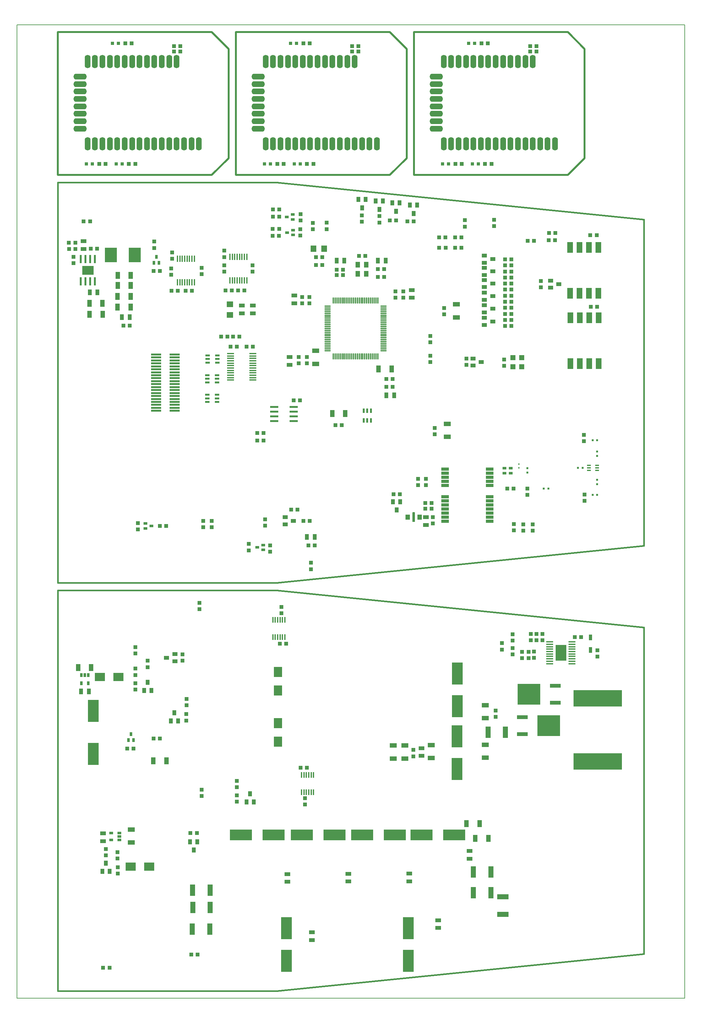
<source format=gtp>
G04 Layer_Color=8421504*
%FSLAX44Y44*%
%MOMM*%
G71*
G01*
G75*
%ADD10R,0.6000X0.6000*%
%ADD11R,0.6000X0.6000*%
%ADD12R,3.2000X4.0000*%
%ADD13R,1.2000X1.6000*%
%ADD14R,1.4000X1.4000*%
%ADD15R,1.5000X3.0000*%
%ADD16R,1.1000X0.8000*%
%ADD17R,1.6002X1.8034*%
%ADD18R,1.8034X1.6002*%
%ADD19R,2.7000X0.5000*%
G04:AMPARAMS|DCode=20|XSize=1.1176mm|YSize=1.4224mm|CornerRadius=0.0838mm|HoleSize=0mm|Usage=FLASHONLY|Rotation=0.000|XOffset=0mm|YOffset=0mm|HoleType=Round|Shape=RoundedRectangle|*
%AMROUNDEDRECTD20*
21,1,1.1176,1.2548,0,0,0.0*
21,1,0.9500,1.4224,0,0,0.0*
1,1,0.1676,0.4750,-0.6274*
1,1,0.1676,-0.4750,-0.6274*
1,1,0.1676,-0.4750,0.6274*
1,1,0.1676,0.4750,0.6274*
%
%ADD20ROUNDEDRECTD20*%
%ADD21R,0.6350X2.6162*%
%ADD22R,0.8000X1.0000*%
%ADD23R,1.0000X0.8000*%
%ADD24R,1.9000X0.3000*%
%ADD25R,0.3000X1.8000*%
%ADD26R,1.2192X0.5588*%
%ADD27R,0.5588X1.2192*%
%ADD28R,1.9000X1.3000*%
%ADD29R,1.3000X1.9000*%
%ADD30R,1.0000X1.5000*%
%ADD31R,1.5000X1.0000*%
%ADD32R,1.0000X1.0000*%
%ADD33R,1.0000X1.0000*%
%ADD34R,0.4064X0.4000*%
%ADD35R,3.1000X2.4000*%
%ADD36R,0.6096X2.2098*%
%ADD37R,2.2098X0.6096*%
%ADD38R,1.4224X1.0160*%
%ADD39R,1.0160X1.4224*%
%ADD40R,1.0000X0.4000*%
%ADD41R,2.0000X0.8128*%
%ADD42R,1.1176X1.0160*%
%ADD43R,1.0160X1.1176*%
%ADD44O,1.8000X0.3000*%
%ADD45O,0.3000X1.8000*%
%ADD47C,0.5000*%
%ADD53C,0.2000*%
%ADD55C,0.4000*%
%ADD56R,1.4224X3.0734*%
%ADD57R,3.0734X1.4224*%
%ADD58R,6.2000X5.7000*%
%ADD59R,2.9000X1.1000*%
%ADD60R,0.6604X1.1176*%
%ADD61R,0.4400X1.5500*%
%ADD62R,3.0000X4.2000*%
%ADD63R,1.9000X0.4200*%
%ADD64R,1.1176X0.6604*%
%ADD65R,3.0000X6.0000*%
%ADD66R,13.0000X4.5000*%
%ADD67R,2.8000X2.2000*%
%ADD68R,2.2000X2.8000*%
%ADD69R,0.8128X1.6002*%
%ADD70R,6.0000X3.0000*%
%ADD71O,1.6000X3.6000*%
%ADD72O,3.6000X1.6000*%
%ADD73R,0.8128X0.8128*%
%ADD74R,1.0160X1.1176*%
%ADD128R,1.1000X1.4112*%
%ADD129R,1.0922X1.4112*%
%ADD130R,0.6048X1.0000*%
%ADD131R,0.6048X1.0160*%
D10*
X1693613Y1682065D02*
D03*
Y1694315D02*
D03*
X1693599Y1618120D02*
D03*
Y1605870D02*
D03*
X1505500Y1649500D02*
D03*
Y1637250D02*
D03*
D11*
X1642000Y1650250D02*
D03*
X1654250D02*
D03*
X1562000Y1594250D02*
D03*
X1549750D02*
D03*
X1693500Y1724500D02*
D03*
X1681250D02*
D03*
X1693500Y1577000D02*
D03*
X1681250D02*
D03*
D12*
X447500Y2224500D02*
D03*
X382500D02*
D03*
D13*
X1071250Y2197750D02*
D03*
X1048250D02*
D03*
Y2173750D02*
D03*
X1071250D02*
D03*
D14*
X1466500Y1923250D02*
D03*
X1490500D02*
D03*
Y1947250D02*
D03*
X1466500D02*
D03*
D15*
X1697900Y1931000D02*
D03*
X1672500D02*
D03*
X1647100D02*
D03*
X1621700D02*
D03*
Y2055000D02*
D03*
X1647100D02*
D03*
X1672500D02*
D03*
X1697900D02*
D03*
X1697100Y2121000D02*
D03*
X1671700D02*
D03*
X1646300D02*
D03*
X1620900D02*
D03*
Y2245000D02*
D03*
X1646300D02*
D03*
X1671700D02*
D03*
X1697100D02*
D03*
D16*
X1461000Y1649500D02*
D03*
X1444000D02*
D03*
Y1635500D02*
D03*
X1461000D02*
D03*
D17*
X929030Y2241250D02*
D03*
X957474D02*
D03*
D18*
X703500Y2091220D02*
D03*
Y2062776D02*
D03*
D19*
X505000Y1804000D02*
D03*
X555000D02*
D03*
X505000Y1812000D02*
D03*
X555000D02*
D03*
X505000Y1820000D02*
D03*
X555000D02*
D03*
X505000Y1828000D02*
D03*
X555000D02*
D03*
X505000Y1836000D02*
D03*
X555000D02*
D03*
X505000Y1844000D02*
D03*
X555000D02*
D03*
X505000Y1852000D02*
D03*
X555000D02*
D03*
X505000Y1860000D02*
D03*
X555000D02*
D03*
X505000Y1868000D02*
D03*
X555000D02*
D03*
X505000Y1876000D02*
D03*
X555000D02*
D03*
X505000Y1884000D02*
D03*
X555000D02*
D03*
X505000Y1892000D02*
D03*
X555000D02*
D03*
X505000Y1900000D02*
D03*
X555000D02*
D03*
X505000Y1908000D02*
D03*
X555000D02*
D03*
X505000Y1916000D02*
D03*
X555000D02*
D03*
X505000Y1924000D02*
D03*
X555000D02*
D03*
X505000Y1932000D02*
D03*
X555000D02*
D03*
X505000Y1940000D02*
D03*
X555000D02*
D03*
X505000Y1948000D02*
D03*
X555000D02*
D03*
Y1956000D02*
D03*
X505000D02*
D03*
D20*
X1183000Y1517423D02*
D03*
X1215002D02*
D03*
D21*
X1199000D02*
D03*
D22*
X505500Y2219000D02*
D03*
X512000Y2203000D02*
D03*
X499000D02*
D03*
X437000Y932500D02*
D03*
X443500Y916500D02*
D03*
X430500D02*
D03*
D23*
X857000Y2326750D02*
D03*
X873000Y2333250D02*
D03*
Y2320250D02*
D03*
X857750Y2284750D02*
D03*
X873750Y2291250D02*
D03*
Y2278250D02*
D03*
X491750Y1493500D02*
D03*
X475750Y1487000D02*
D03*
Y1500000D02*
D03*
X777500Y1435750D02*
D03*
X793500Y1442250D02*
D03*
Y1429250D02*
D03*
D24*
X765250Y1887000D02*
D03*
Y1893500D02*
D03*
Y1900000D02*
D03*
Y1906500D02*
D03*
Y1913000D02*
D03*
Y1919500D02*
D03*
Y1926000D02*
D03*
Y1932500D02*
D03*
Y1939000D02*
D03*
Y1945500D02*
D03*
Y1952000D02*
D03*
Y1958500D02*
D03*
X705250Y1887000D02*
D03*
Y1893500D02*
D03*
Y1900000D02*
D03*
Y1906500D02*
D03*
Y1913000D02*
D03*
Y1919500D02*
D03*
Y1926000D02*
D03*
Y1932500D02*
D03*
Y1939000D02*
D03*
Y1945500D02*
D03*
Y1952000D02*
D03*
Y1958500D02*
D03*
D25*
X749250Y2219000D02*
D03*
X742750D02*
D03*
X736250D02*
D03*
X729750D02*
D03*
X723250D02*
D03*
X716750D02*
D03*
X710250D02*
D03*
X703750D02*
D03*
X749250Y2156000D02*
D03*
X742750D02*
D03*
X736250D02*
D03*
X729750D02*
D03*
X723250D02*
D03*
X716750D02*
D03*
X710250D02*
D03*
X703750D02*
D03*
X607750Y2214000D02*
D03*
X601250D02*
D03*
X594750D02*
D03*
X588250D02*
D03*
X581750D02*
D03*
X575250D02*
D03*
X568750D02*
D03*
X562250D02*
D03*
X607750Y2151000D02*
D03*
X601250D02*
D03*
X594750D02*
D03*
X588250D02*
D03*
X581750D02*
D03*
X575250D02*
D03*
X568750D02*
D03*
X562250D02*
D03*
D26*
X643000Y1847250D02*
D03*
Y1837750D02*
D03*
Y1828098D02*
D03*
X669208D02*
D03*
Y1837750D02*
D03*
Y1847250D02*
D03*
X643000Y1900000D02*
D03*
Y1890500D02*
D03*
Y1880848D02*
D03*
X669208D02*
D03*
Y1890500D02*
D03*
Y1900000D02*
D03*
X643750Y1953250D02*
D03*
Y1943750D02*
D03*
Y1934098D02*
D03*
X669958D02*
D03*
Y1943750D02*
D03*
Y1953250D02*
D03*
D27*
X1064500Y1778000D02*
D03*
X1074000D02*
D03*
X1083652D02*
D03*
Y1804208D02*
D03*
X1074000D02*
D03*
X1064500D02*
D03*
D28*
X1290000Y1733750D02*
D03*
Y1768750D02*
D03*
X1314250Y2091000D02*
D03*
Y2056000D02*
D03*
X935250Y1965750D02*
D03*
Y1930750D02*
D03*
X1392000Y1010500D02*
D03*
Y975500D02*
D03*
X1246000Y867500D02*
D03*
Y902500D02*
D03*
X1392000Y868500D02*
D03*
Y903500D02*
D03*
X437750Y640250D02*
D03*
Y675250D02*
D03*
X1175000Y866500D02*
D03*
Y901500D02*
D03*
X1144000Y866500D02*
D03*
Y901500D02*
D03*
D29*
X325000Y2094000D02*
D03*
X360000D02*
D03*
X325500Y2064000D02*
D03*
X360500D02*
D03*
X435750Y2083500D02*
D03*
X400750D02*
D03*
X436000Y2112750D02*
D03*
X401000D02*
D03*
X436250Y2142000D02*
D03*
X401250D02*
D03*
X436500Y2169500D02*
D03*
X401500D02*
D03*
X1104500Y1917000D02*
D03*
X1139500D02*
D03*
X979500Y1796500D02*
D03*
X1014500D02*
D03*
X329500Y1112000D02*
D03*
X294500D02*
D03*
X1376500Y691000D02*
D03*
X1341500D02*
D03*
X1400250Y651500D02*
D03*
X1365250D02*
D03*
X532500Y860000D02*
D03*
X497500D02*
D03*
D30*
X911250Y1464000D02*
D03*
X932250D02*
D03*
X1146250Y1845750D02*
D03*
X1125250D02*
D03*
X1012250Y2209000D02*
D03*
X991250D02*
D03*
X346750Y2123750D02*
D03*
X325750D02*
D03*
X412750Y2057000D02*
D03*
X433750D02*
D03*
X1123500Y2209000D02*
D03*
X1102500D02*
D03*
X302750Y1047750D02*
D03*
X323750D02*
D03*
D31*
X877250Y2114750D02*
D03*
Y2093750D02*
D03*
X309250Y2261750D02*
D03*
Y2240750D02*
D03*
X1194250Y2129750D02*
D03*
Y2108750D02*
D03*
X864250Y1927750D02*
D03*
Y1948750D02*
D03*
X735750Y2067000D02*
D03*
Y2088000D02*
D03*
X765750Y2067000D02*
D03*
Y2088000D02*
D03*
X1231750Y1496250D02*
D03*
Y1517250D02*
D03*
X1350000Y617500D02*
D03*
Y596500D02*
D03*
X1220000Y894500D02*
D03*
Y873500D02*
D03*
X925000Y398000D02*
D03*
Y377000D02*
D03*
X1265000Y430500D02*
D03*
Y409500D02*
D03*
X858500Y555000D02*
D03*
Y534000D02*
D03*
X1187250Y556250D02*
D03*
Y535250D02*
D03*
X1023250Y555750D02*
D03*
Y534750D02*
D03*
X362000Y664750D02*
D03*
Y643750D02*
D03*
D32*
X932250Y1441500D02*
D03*
X915250D02*
D03*
X722000Y1977000D02*
D03*
X705000D02*
D03*
X765250D02*
D03*
X748250D02*
D03*
X692000Y2128500D02*
D03*
X709000D02*
D03*
X743000D02*
D03*
X726000D02*
D03*
X777250Y1744000D02*
D03*
X794250D02*
D03*
X875500Y1832500D02*
D03*
X892500D02*
D03*
X416500Y2034000D02*
D03*
X433500D02*
D03*
X287000Y2240250D02*
D03*
X270000D02*
D03*
X345750Y2241000D02*
D03*
X328750D02*
D03*
X935500Y2196750D02*
D03*
X952500D02*
D03*
Y2218000D02*
D03*
X935500D02*
D03*
X1125250Y1889750D02*
D03*
X1142250D02*
D03*
Y1868750D02*
D03*
X1125250D02*
D03*
X991250Y2169750D02*
D03*
X1008250D02*
D03*
Y2184750D02*
D03*
X991250D02*
D03*
X1102500Y2165000D02*
D03*
X1119500D02*
D03*
Y2186000D02*
D03*
X1102500D02*
D03*
X1580500Y2283750D02*
D03*
X1563500D02*
D03*
X1051500Y2222000D02*
D03*
X1068500D02*
D03*
X584000Y2127500D02*
D03*
X601000D02*
D03*
X563500D02*
D03*
X546500D02*
D03*
X1005250Y1765500D02*
D03*
X988250D02*
D03*
X1676500Y2084500D02*
D03*
X1693500D02*
D03*
X1692250Y2277250D02*
D03*
X1675250D02*
D03*
X894500Y842000D02*
D03*
X911500D02*
D03*
X1508500Y1137000D02*
D03*
X1491500D02*
D03*
X498000Y920500D02*
D03*
X515000D02*
D03*
X1650500Y1194000D02*
D03*
X1633500D02*
D03*
X838250Y1176250D02*
D03*
X855250D02*
D03*
X570000Y2787250D02*
D03*
X553000D02*
D03*
Y2773000D02*
D03*
X570000D02*
D03*
X1050000Y2787250D02*
D03*
X1033000D02*
D03*
Y2773000D02*
D03*
X1050000D02*
D03*
X1530000Y2787250D02*
D03*
X1513000D02*
D03*
Y2773000D02*
D03*
X1530000D02*
D03*
D33*
X1442500Y1942500D02*
D03*
Y1925500D02*
D03*
X1255750Y1741000D02*
D03*
Y1758000D02*
D03*
X765000Y2196000D02*
D03*
Y2179000D02*
D03*
X688500D02*
D03*
Y2196000D02*
D03*
X627500Y2189750D02*
D03*
Y2172750D02*
D03*
X545500Y2171000D02*
D03*
Y2188000D02*
D03*
X688500Y2235750D02*
D03*
Y2218750D02*
D03*
X1281250Y2081250D02*
D03*
Y2064250D02*
D03*
X1171250Y2108750D02*
D03*
Y2125750D02*
D03*
X1150250D02*
D03*
Y2108750D02*
D03*
X911250Y1948750D02*
D03*
Y1931750D02*
D03*
X889250D02*
D03*
Y1948750D02*
D03*
X918250Y2093750D02*
D03*
Y2110750D02*
D03*
X898250D02*
D03*
Y2093750D02*
D03*
X547500Y2214000D02*
D03*
Y2231000D02*
D03*
X1505250Y1594250D02*
D03*
Y1577250D02*
D03*
X1659503Y1561380D02*
D03*
Y1578380D02*
D03*
X1657865Y1721965D02*
D03*
Y1738965D02*
D03*
X1251000Y1500000D02*
D03*
Y1517000D02*
D03*
X482000Y1113000D02*
D03*
Y1130000D02*
D03*
X627250Y765750D02*
D03*
Y782750D02*
D03*
X906250Y759500D02*
D03*
Y742500D02*
D03*
X1523000Y1138000D02*
D03*
Y1155000D02*
D03*
X1515000Y1202500D02*
D03*
Y1185500D02*
D03*
X1530000D02*
D03*
Y1202500D02*
D03*
X842250Y1275250D02*
D03*
Y1258250D02*
D03*
X1694000Y1141500D02*
D03*
Y1158500D02*
D03*
X1420000Y978500D02*
D03*
Y995500D02*
D03*
X1198000Y872500D02*
D03*
Y889500D02*
D03*
X369000Y622500D02*
D03*
Y605500D02*
D03*
D34*
X1483000Y1650000D02*
D03*
Y1660000D02*
D03*
D35*
X321000Y2183000D02*
D03*
D36*
X327350Y2213000D02*
D03*
Y2153000D02*
D03*
X340050Y2213000D02*
D03*
X314650D02*
D03*
X301950D02*
D03*
X340050Y2153000D02*
D03*
X314650D02*
D03*
X301950D02*
D03*
D37*
X823500Y1801850D02*
D03*
X875662D02*
D03*
X823500Y1814550D02*
D03*
Y1789150D02*
D03*
Y1776450D02*
D03*
X875662Y1814550D02*
D03*
Y1789150D02*
D03*
Y1776450D02*
D03*
D38*
X1359250Y1945000D02*
D03*
Y1925848D02*
D03*
X1381426Y1935500D02*
D03*
X1389886Y2054636D02*
D03*
Y2035484D02*
D03*
X1412062Y2045136D02*
D03*
X1389886Y2088636D02*
D03*
Y2069484D02*
D03*
X1412062Y2079136D02*
D03*
X1389886Y2122636D02*
D03*
Y2103484D02*
D03*
X1412062Y2113136D02*
D03*
X1389886Y2156636D02*
D03*
Y2137484D02*
D03*
X1412062Y2147136D02*
D03*
X1389886Y2189636D02*
D03*
Y2170484D02*
D03*
X1412062Y2180136D02*
D03*
X1389886Y2222636D02*
D03*
Y2203484D02*
D03*
X1412062Y2213136D02*
D03*
X1568000Y2155000D02*
D03*
Y2135848D02*
D03*
X1590176Y2145500D02*
D03*
X852500Y1517000D02*
D03*
Y1497848D02*
D03*
X874676Y1507500D02*
D03*
X555250Y1128750D02*
D03*
Y1147902D02*
D03*
X533074Y1138250D02*
D03*
D39*
X1069500Y2373750D02*
D03*
X1050348D02*
D03*
X1060000Y2351574D02*
D03*
X1116000Y2369500D02*
D03*
X1096848D02*
D03*
X1106500Y2347324D02*
D03*
X1161000Y2364500D02*
D03*
X1141848D02*
D03*
X1151500Y2342324D02*
D03*
X1208250Y2358500D02*
D03*
X1189098D02*
D03*
X1198750Y2336324D02*
D03*
X1162500Y1558750D02*
D03*
X1143348D02*
D03*
X1153000Y1536574D02*
D03*
X615500Y641750D02*
D03*
X596348D02*
D03*
X606000Y619574D02*
D03*
X472750Y1049750D02*
D03*
X491902D02*
D03*
X482250Y1071926D02*
D03*
X748750Y749500D02*
D03*
X767902D02*
D03*
X758250Y771676D02*
D03*
X544500Y967750D02*
D03*
X563652D02*
D03*
X554000Y989926D02*
D03*
X360000Y562500D02*
D03*
X379152D02*
D03*
X369500Y584676D02*
D03*
D40*
X1671500Y1650250D02*
D03*
X1693500D02*
D03*
X1671500Y1643750D02*
D03*
Y1656750D02*
D03*
X1693500D02*
D03*
Y1643750D02*
D03*
D41*
X1404198Y1506500D02*
D03*
Y1517500D02*
D03*
Y1528500D02*
D03*
Y1539500D02*
D03*
Y1550500D02*
D03*
Y1561500D02*
D03*
Y1572500D02*
D03*
Y1602662D02*
D03*
Y1613584D02*
D03*
Y1624506D02*
D03*
Y1635682D02*
D03*
Y1646604D02*
D03*
X1284000D02*
D03*
Y1635682D02*
D03*
Y1624506D02*
D03*
Y1613584D02*
D03*
Y1602662D02*
D03*
Y1572500D02*
D03*
Y1561500D02*
D03*
Y1550500D02*
D03*
Y1506500D02*
D03*
Y1517500D02*
D03*
Y1528500D02*
D03*
Y1539500D02*
D03*
D42*
X499250Y2243250D02*
D03*
Y2260386D02*
D03*
X1541750Y2154000D02*
D03*
Y2136864D02*
D03*
X1341250Y1945000D02*
D03*
Y1927864D02*
D03*
X1336750Y2318000D02*
D03*
Y2300864D02*
D03*
X1059500Y2313750D02*
D03*
Y2330886D02*
D03*
X1106500Y2311750D02*
D03*
Y2328886D02*
D03*
X281750Y2202000D02*
D03*
Y2219136D02*
D03*
X1210500Y1621000D02*
D03*
Y1603864D02*
D03*
X1231750Y1621000D02*
D03*
Y1603864D02*
D03*
X927000Y2311000D02*
D03*
Y2293864D02*
D03*
X964250Y2294000D02*
D03*
Y2311136D02*
D03*
X1469250Y1498500D02*
D03*
Y1481364D02*
D03*
X1243500Y1988750D02*
D03*
Y2005886D02*
D03*
X1244000Y1952500D02*
D03*
Y1935364D02*
D03*
X894000Y2334136D02*
D03*
Y2317000D02*
D03*
X893250Y2294000D02*
D03*
Y2276864D02*
D03*
X1494500Y1498000D02*
D03*
Y1480864D02*
D03*
X1520000Y1497750D02*
D03*
Y1480614D02*
D03*
X1415500Y2319000D02*
D03*
Y2301864D02*
D03*
X455250Y1501250D02*
D03*
Y1484114D02*
D03*
X922500Y1377000D02*
D03*
Y1394136D02*
D03*
X798500Y1511500D02*
D03*
Y1494364D02*
D03*
X632000Y1507500D02*
D03*
Y1490364D02*
D03*
X654250Y1507500D02*
D03*
Y1490364D02*
D03*
X754750Y1445000D02*
D03*
Y1427864D02*
D03*
X812500Y1423750D02*
D03*
Y1440886D02*
D03*
X448750Y1149750D02*
D03*
Y1166886D02*
D03*
Y1052250D02*
D03*
Y1069386D02*
D03*
X448750Y1091750D02*
D03*
Y1108886D02*
D03*
X722750Y750250D02*
D03*
Y767386D02*
D03*
Y789000D02*
D03*
Y806136D02*
D03*
X621500Y1286500D02*
D03*
Y1269364D02*
D03*
X576250Y1130000D02*
D03*
Y1147136D02*
D03*
X586250Y969000D02*
D03*
Y986136D02*
D03*
X1466000Y1201500D02*
D03*
Y1184364D02*
D03*
X1546000Y1202500D02*
D03*
Y1185364D02*
D03*
X586500Y1010000D02*
D03*
Y1027136D02*
D03*
X1466000Y1164500D02*
D03*
Y1147364D02*
D03*
X1437000Y1177500D02*
D03*
Y1160364D02*
D03*
X401250Y556250D02*
D03*
Y573386D02*
D03*
X401000Y597000D02*
D03*
Y614136D02*
D03*
D43*
X777000Y1723500D02*
D03*
X794136D02*
D03*
X1268000Y2244000D02*
D03*
X1285136D02*
D03*
X1310500D02*
D03*
X1327636D02*
D03*
X1445250Y2032636D02*
D03*
X1462386D02*
D03*
X1445250Y2065364D02*
D03*
X1462386D02*
D03*
X1445250Y2098091D02*
D03*
X1462386D02*
D03*
X1445250Y2130818D02*
D03*
X1462386D02*
D03*
X1445250Y2163545D02*
D03*
X1462386D02*
D03*
X1445250Y2196273D02*
D03*
X1462386D02*
D03*
Y2049000D02*
D03*
X1445250D02*
D03*
X1462386Y2081727D02*
D03*
X1445250D02*
D03*
X1462386Y2114454D02*
D03*
X1445250D02*
D03*
X1462386Y2147182D02*
D03*
X1445250D02*
D03*
X1462386Y2179636D02*
D03*
X1445250D02*
D03*
X1462386Y2212636D02*
D03*
X1445250D02*
D03*
X1134750Y2317750D02*
D03*
X1151886D02*
D03*
X1182000Y2314750D02*
D03*
X1199136D02*
D03*
X269750Y2257500D02*
D03*
X286886D02*
D03*
X1506500Y2262750D02*
D03*
X1523636D02*
D03*
X1563250Y2263750D02*
D03*
X1580386D02*
D03*
X1230500Y1540000D02*
D03*
X1247636D02*
D03*
X1230500Y1555000D02*
D03*
X1247636D02*
D03*
X712250Y2004500D02*
D03*
X729386D02*
D03*
X918750Y1507500D02*
D03*
X901614D02*
D03*
X836500Y2346750D02*
D03*
X819364D02*
D03*
X837000Y2327500D02*
D03*
X819864D02*
D03*
X836250Y2294750D02*
D03*
X819114D02*
D03*
X836000Y2275750D02*
D03*
X818864D02*
D03*
X309500Y2314500D02*
D03*
X326636D02*
D03*
X515000Y2181000D02*
D03*
X497864D02*
D03*
X697250Y2004250D02*
D03*
X680114D02*
D03*
X514500Y1493500D02*
D03*
X531636D02*
D03*
X868500Y1537750D02*
D03*
X885636D02*
D03*
X1162000Y1578750D02*
D03*
X1144864D02*
D03*
X1451000Y1594250D02*
D03*
X1468136D02*
D03*
X1267750Y2271500D02*
D03*
X1284886D02*
D03*
X1310500D02*
D03*
X1327636D02*
D03*
X444000Y893250D02*
D03*
X426864D02*
D03*
X616500Y337750D02*
D03*
X599364D02*
D03*
X614500Y665750D02*
D03*
X597364D02*
D03*
X1491500Y1154000D02*
D03*
X1508636D02*
D03*
X362000Y302500D02*
D03*
X379136D02*
D03*
D44*
X1117750Y2086250D02*
D03*
Y2081250D02*
D03*
Y2076250D02*
D03*
Y2071250D02*
D03*
Y2066250D02*
D03*
Y2061250D02*
D03*
Y2056250D02*
D03*
Y2051250D02*
D03*
Y2046250D02*
D03*
Y2041250D02*
D03*
Y2036250D02*
D03*
Y2031250D02*
D03*
Y2026250D02*
D03*
Y2021250D02*
D03*
Y2016250D02*
D03*
Y2011250D02*
D03*
Y2006250D02*
D03*
Y2001250D02*
D03*
Y1996250D02*
D03*
Y1991250D02*
D03*
Y1986250D02*
D03*
Y1981250D02*
D03*
Y1976250D02*
D03*
Y1971250D02*
D03*
Y1966250D02*
D03*
X966750D02*
D03*
Y1971250D02*
D03*
Y1976250D02*
D03*
Y1981250D02*
D03*
Y1986250D02*
D03*
Y1991250D02*
D03*
Y1996250D02*
D03*
Y2001250D02*
D03*
Y2006250D02*
D03*
Y2011250D02*
D03*
Y2016250D02*
D03*
Y2021250D02*
D03*
Y2026250D02*
D03*
Y2031250D02*
D03*
Y2036250D02*
D03*
Y2041250D02*
D03*
Y2046250D02*
D03*
Y2051250D02*
D03*
Y2056250D02*
D03*
Y2061250D02*
D03*
Y2066250D02*
D03*
Y2071250D02*
D03*
Y2076250D02*
D03*
Y2081250D02*
D03*
Y2086250D02*
D03*
D45*
X1102250Y1950750D02*
D03*
X1097250D02*
D03*
X1092250D02*
D03*
X1087250D02*
D03*
X1082250D02*
D03*
X1077250D02*
D03*
X1072250D02*
D03*
X1067250D02*
D03*
X1062250D02*
D03*
X1057250D02*
D03*
X1052250D02*
D03*
X1047250D02*
D03*
X1042250D02*
D03*
X1037250D02*
D03*
X1032250D02*
D03*
X1027250D02*
D03*
X1022250D02*
D03*
X1017250D02*
D03*
X1012250D02*
D03*
X1007250D02*
D03*
X1002250D02*
D03*
X997250D02*
D03*
X992250D02*
D03*
X987250D02*
D03*
X982250D02*
D03*
Y2101750D02*
D03*
X987250D02*
D03*
X992250D02*
D03*
X997250D02*
D03*
X1002250D02*
D03*
X1007250D02*
D03*
X1012250D02*
D03*
X1017250D02*
D03*
X1022250D02*
D03*
X1027250D02*
D03*
X1032250D02*
D03*
X1037250D02*
D03*
X1042250D02*
D03*
X1047250D02*
D03*
X1052250D02*
D03*
X1057250D02*
D03*
X1062250D02*
D03*
X1067250D02*
D03*
X1072250D02*
D03*
X1077250D02*
D03*
X1082250D02*
D03*
X1087250D02*
D03*
X1092250D02*
D03*
X1097250D02*
D03*
X1102250D02*
D03*
D47*
X240000Y2825000D02*
Y2440000D01*
X655000D01*
X700000Y2485000D02*
X655000Y2440000D01*
X700000Y2780000D02*
Y2485000D01*
X655000Y2825000D02*
X700000Y2780000D01*
X240000Y2825000D02*
X655000D01*
X720000D02*
Y2440000D01*
X1135000D01*
X1180000Y2485000D02*
X1135000Y2440000D01*
X1180000Y2780000D02*
Y2485000D01*
X1135000Y2825000D02*
X1180000Y2780000D01*
X720000Y2825000D02*
X1135000D01*
X1200000D02*
Y2440000D01*
X1615000D01*
X1660000Y2485000D02*
X1615000Y2440000D01*
X1660000Y2780000D02*
Y2485000D01*
X1615000Y2825000D02*
X1660000Y2780000D01*
X1200000Y2825000D02*
X1615000D01*
D53*
X130000Y220000D02*
Y2845000D01*
X1930000D01*
Y220000D02*
Y2845000D01*
X130000Y220000D02*
X1930000D01*
D55*
X240000Y1340000D02*
Y2420000D01*
X830000D01*
X1820000Y2320000D01*
X240000Y1340000D02*
X830000D01*
X1820000Y1440000D02*
Y2320000D01*
X830000Y1340000D02*
X1820000Y1440000D01*
X240000Y240000D02*
Y1320000D01*
Y240000D02*
X830000D01*
X1820000Y340000D01*
X240000Y1320000D02*
X830000D01*
X1820000Y1220000D01*
Y340000D02*
Y1220000D01*
D56*
X649250Y406500D02*
D03*
X602128D02*
D03*
X1399500Y937000D02*
D03*
X1446622D02*
D03*
X650500Y464500D02*
D03*
X603378D02*
D03*
X650250Y511250D02*
D03*
X603128D02*
D03*
X1360250Y560250D02*
D03*
X1407372D02*
D03*
X1360250Y505000D02*
D03*
X1407372D02*
D03*
D57*
X1439250Y446500D02*
D03*
Y493622D02*
D03*
D58*
X1510000Y1039860D02*
D03*
X1563000Y955500D02*
D03*
D59*
X1581000Y1062720D02*
D03*
Y1017000D02*
D03*
X1492000Y932640D02*
D03*
Y978360D02*
D03*
D60*
X302848Y1069324D02*
D03*
Y1091500D02*
D03*
X312500D02*
D03*
X322000Y1069324D02*
D03*
Y1091500D02*
D03*
D61*
X929250Y822000D02*
D03*
X922750D02*
D03*
X916250D02*
D03*
X909750D02*
D03*
X903250D02*
D03*
X896750D02*
D03*
X929250Y775500D02*
D03*
X922750D02*
D03*
X916250D02*
D03*
X909750D02*
D03*
X903250D02*
D03*
X896750D02*
D03*
X819500Y1193750D02*
D03*
X826000D02*
D03*
X832500D02*
D03*
X839000D02*
D03*
X845500D02*
D03*
X852000D02*
D03*
X819500Y1240250D02*
D03*
X826000D02*
D03*
X832500D02*
D03*
X839000D02*
D03*
X845500D02*
D03*
X852000D02*
D03*
D62*
X1596000Y1151650D02*
D03*
D63*
X1626000Y1181000D02*
D03*
Y1174396D02*
D03*
Y1167792D02*
D03*
Y1161442D02*
D03*
Y1154838D02*
D03*
Y1148488D02*
D03*
Y1141884D02*
D03*
Y1135280D02*
D03*
Y1128930D02*
D03*
Y1122326D02*
D03*
X1566000Y1122326D02*
D03*
Y1128930D02*
D03*
Y1135280D02*
D03*
Y1141884D02*
D03*
Y1148488D02*
D03*
Y1154838D02*
D03*
Y1161442D02*
D03*
Y1167792D02*
D03*
Y1174396D02*
D03*
Y1181000D02*
D03*
D64*
X383824Y665902D02*
D03*
X406000D02*
D03*
Y656250D02*
D03*
X383824Y646750D02*
D03*
X406000D02*
D03*
D65*
X335000Y995000D02*
D03*
Y879000D02*
D03*
X1317000Y1096000D02*
D03*
Y1008000D02*
D03*
X1316000Y838000D02*
D03*
Y926000D02*
D03*
X856500Y321000D02*
D03*
Y409000D02*
D03*
X1185000Y321000D02*
D03*
Y409000D02*
D03*
D66*
X1695000Y859000D02*
D03*
Y1029000D02*
D03*
D67*
X353250Y1086500D02*
D03*
X403250D02*
D03*
X486000Y575000D02*
D03*
X436000D02*
D03*
D68*
X833000Y912000D02*
D03*
Y962000D02*
D03*
Y1100000D02*
D03*
Y1050000D02*
D03*
D69*
X1676000Y1193000D02*
D03*
Y1158982D02*
D03*
D70*
X821750Y660750D02*
D03*
X733750D02*
D03*
X985500D02*
D03*
X897500D02*
D03*
X1148500D02*
D03*
X1060500D02*
D03*
X1308000D02*
D03*
X1220000D02*
D03*
D71*
X620000Y2524000D02*
D03*
X600000D02*
D03*
X580000D02*
D03*
X560000D02*
D03*
X540000D02*
D03*
X520000D02*
D03*
X500000D02*
D03*
X480000D02*
D03*
X460000D02*
D03*
X440000D02*
D03*
X420000D02*
D03*
X400000D02*
D03*
X380000D02*
D03*
X360000Y2524000D02*
D03*
X340000D02*
D03*
X320000D02*
D03*
X320000Y2746000D02*
D03*
X340000D02*
D03*
X360000D02*
D03*
X380000D02*
D03*
X400000D02*
D03*
X420000D02*
D03*
X440000D02*
D03*
X460000D02*
D03*
X480000D02*
D03*
X500000D02*
D03*
X520000D02*
D03*
X540000D02*
D03*
X560000D02*
D03*
X1100000Y2524000D02*
D03*
X1080000D02*
D03*
X1060000D02*
D03*
X1040000D02*
D03*
X1020000D02*
D03*
X1000000D02*
D03*
X980000D02*
D03*
X960000D02*
D03*
X940000D02*
D03*
X920000D02*
D03*
X900000D02*
D03*
X880000D02*
D03*
X860000D02*
D03*
X840000Y2524000D02*
D03*
X820000D02*
D03*
X800000D02*
D03*
X800000Y2746000D02*
D03*
X820000D02*
D03*
X840000D02*
D03*
X860000D02*
D03*
X880000D02*
D03*
X900000D02*
D03*
X920000D02*
D03*
X940000D02*
D03*
X960000D02*
D03*
X980000D02*
D03*
X1000000D02*
D03*
X1020000D02*
D03*
X1040000D02*
D03*
X1580000Y2524000D02*
D03*
X1560000D02*
D03*
X1540000D02*
D03*
X1520000D02*
D03*
X1500000D02*
D03*
X1480000D02*
D03*
X1460000D02*
D03*
X1440000D02*
D03*
X1420000D02*
D03*
X1400000D02*
D03*
X1380000D02*
D03*
X1360000D02*
D03*
X1340000D02*
D03*
X1320000Y2524000D02*
D03*
X1300000D02*
D03*
X1280000D02*
D03*
X1280000Y2746000D02*
D03*
X1300000D02*
D03*
X1320000D02*
D03*
X1340000D02*
D03*
X1360000D02*
D03*
X1380000D02*
D03*
X1400000D02*
D03*
X1420000D02*
D03*
X1440000D02*
D03*
X1460000D02*
D03*
X1480000D02*
D03*
X1500000D02*
D03*
X1520000D02*
D03*
D72*
X300000Y2565000D02*
D03*
Y2585000D02*
D03*
Y2605000D02*
D03*
Y2625000D02*
D03*
Y2645000D02*
D03*
X300000Y2665000D02*
D03*
Y2685000D02*
D03*
Y2705000D02*
D03*
X780000Y2565000D02*
D03*
Y2585000D02*
D03*
Y2605000D02*
D03*
Y2625000D02*
D03*
Y2645000D02*
D03*
X780000Y2665000D02*
D03*
Y2685000D02*
D03*
Y2705000D02*
D03*
X1260000Y2565000D02*
D03*
Y2585000D02*
D03*
Y2605000D02*
D03*
Y2625000D02*
D03*
Y2645000D02*
D03*
X1260000Y2665000D02*
D03*
Y2685000D02*
D03*
Y2705000D02*
D03*
D73*
X387000Y2795000D02*
D03*
X403128D02*
D03*
X397000Y2470000D02*
D03*
X413128D02*
D03*
X317000D02*
D03*
X333128D02*
D03*
X867000Y2795000D02*
D03*
X883128D02*
D03*
X877000Y2470000D02*
D03*
X893128D02*
D03*
X797000D02*
D03*
X813128D02*
D03*
X1347000Y2795000D02*
D03*
X1363128D02*
D03*
X1357000Y2470000D02*
D03*
X1373128D02*
D03*
X1277000D02*
D03*
X1293128D02*
D03*
D74*
X421500Y2795000D02*
D03*
X438636D02*
D03*
X431500Y2470000D02*
D03*
X448636D02*
D03*
X351500D02*
D03*
X368636D02*
D03*
X901500Y2795000D02*
D03*
X918636D02*
D03*
X911500Y2470000D02*
D03*
X928636D02*
D03*
X831500D02*
D03*
X848636D02*
D03*
X1381500Y2795000D02*
D03*
X1398636D02*
D03*
X1391500Y2470000D02*
D03*
X1408636D02*
D03*
X1311500D02*
D03*
X1328636D02*
D03*
D128*
X1183000Y1517479D02*
D03*
D129*
X1215129D02*
D03*
D130*
X1199024Y1509423D02*
D03*
D131*
Y1525551D02*
D03*
M02*

</source>
